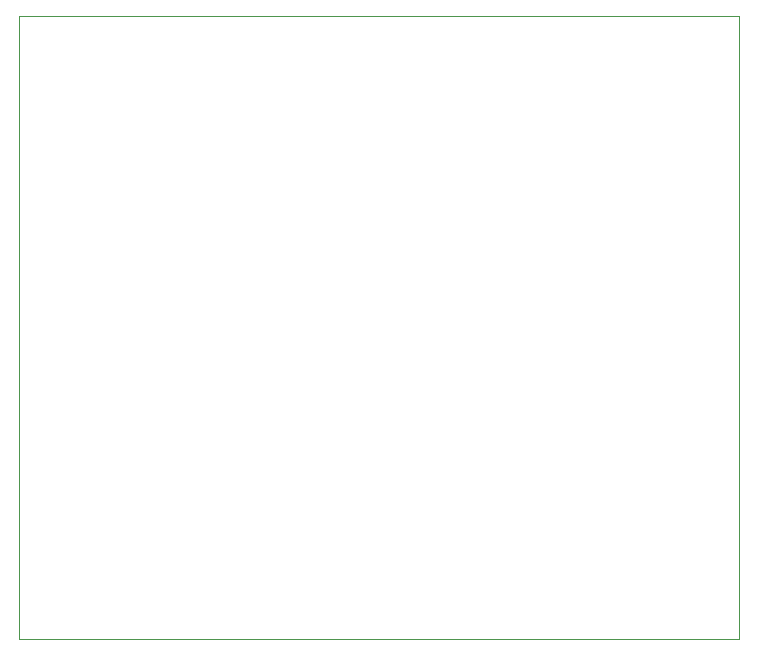
<source format=gm1>
G04 #@! TF.GenerationSoftware,KiCad,Pcbnew,(6.0.9)*
G04 #@! TF.CreationDate,2023-05-15T12:17:08+03:00*
G04 #@! TF.ProjectId,mainboard,6d61696e-626f-4617-9264-2e6b69636164,rev?*
G04 #@! TF.SameCoordinates,Original*
G04 #@! TF.FileFunction,Profile,NP*
%FSLAX46Y46*%
G04 Gerber Fmt 4.6, Leading zero omitted, Abs format (unit mm)*
G04 Created by KiCad (PCBNEW (6.0.9)) date 2023-05-15 12:17:08*
%MOMM*%
%LPD*%
G01*
G04 APERTURE LIST*
G04 #@! TA.AperFunction,Profile*
%ADD10C,0.100000*%
G04 #@! TD*
G04 APERTURE END LIST*
D10*
X16830000Y-111170000D02*
X77860000Y-111170000D01*
X77860000Y-111170000D02*
X77860000Y-163900000D01*
X77860000Y-163900000D02*
X16830000Y-163900000D01*
X16830000Y-163900000D02*
X16830000Y-111170000D01*
M02*

</source>
